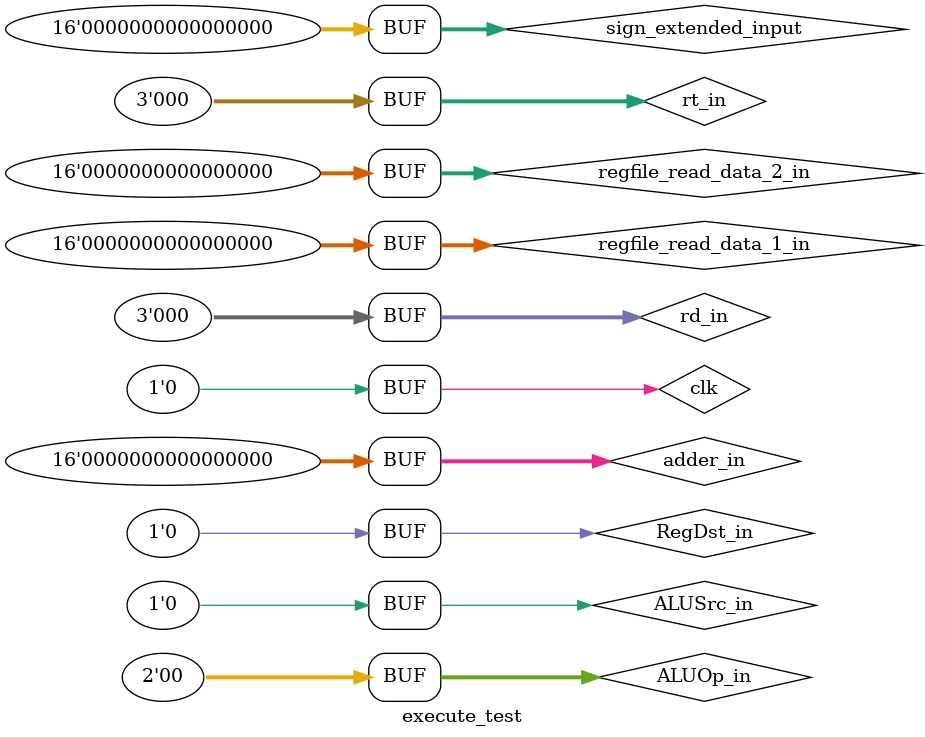
<source format=v>
`timescale 1ns / 1ps


module execute_test;

	// Inputs
	reg clk;
	reg [15:0] adder_in;
	reg [15:0] regfile_read_data_1_in;
	reg [15:0] regfile_read_data_2_in;
	reg [15:0] sign_extended_input;
	reg [2:0] rt_in;
	reg [2:0] rd_in;
	reg RegDst_in;
	reg ALUSrc_in;
	reg [1:0] ALUOp_in;

	// Outputs
	wire [15:0] ALU_Result;
	wire [15:0] adder_out;
	wire Zero;
	wire [2:0] mux_rd_rt_output;

	// Instantiate the Unit Under Test (UUT)
	execute_stage uut (
		.clk(clk), 
		.adder_in(adder_in), 
		.regfile_read_data_1_in(regfile_read_data_1_in), 
		.regfile_read_data_2_in(regfile_read_data_2_in), 
		.sign_extended_input(sign_extended_input), 
		.rt_in(rt_in), 
		.rd_in(rd_in), 
		.RegDst_in(RegDst_in), 
		.ALUSrc_in(ALUSrc_in), 
		.ALUOp_in(ALUOp_in), 
		.ALU_Result(ALU_Result), 
		.adder_out(adder_out), 
		.Zero(Zero), 
		.mux_rd_rt_output(mux_rd_rt_output)
	);

	initial begin
		// Initialize Inputs
		clk = 0;
		adder_in = 0;
		regfile_read_data_1_in = 0;
		regfile_read_data_2_in = 0;
		sign_extended_input = 0;
		rt_in = 0;
		rd_in = 0;
		RegDst_in = 0;
		ALUSrc_in = 0;
		ALUOp_in = 0;

		// Wait 100 ns for global reset to finish
		#100;
        
		// Add stimulus here

	end
      
endmodule


</source>
